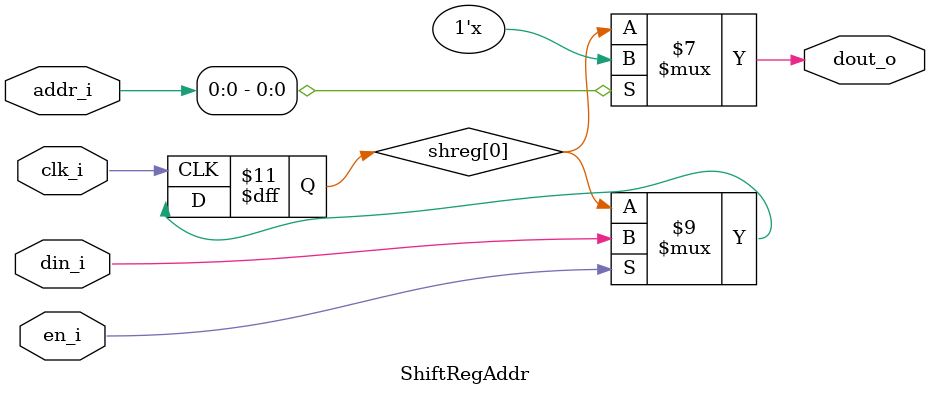
<source format=sv>
module ShiftRegAddr #(
    parameter Width = 1,
    parameter Depth = 1
) (
    input   logic                       clk_i,
    input   logic                       en_i,
    input   logic   [Width-1:0]         din_i,
    input   logic   [$clog2(Depth)-1:0] addr_i,
    output  logic   [Width-1:0]         dout_o
);
    logic   [Width-1:0] shreg [Depth-1:0];

    always_ff @(posedge clk_i) begin
        if (en_i) begin
            if (Depth == 1) begin
                shreg[0] <= din_i;
            end else begin
                shreg <= {shreg[Depth-2:0], din_i};
            end
        end
    end
    
    assign dout_o = (Depth == 0) ? din_i : shreg[addr_i];

endmodule
</source>
